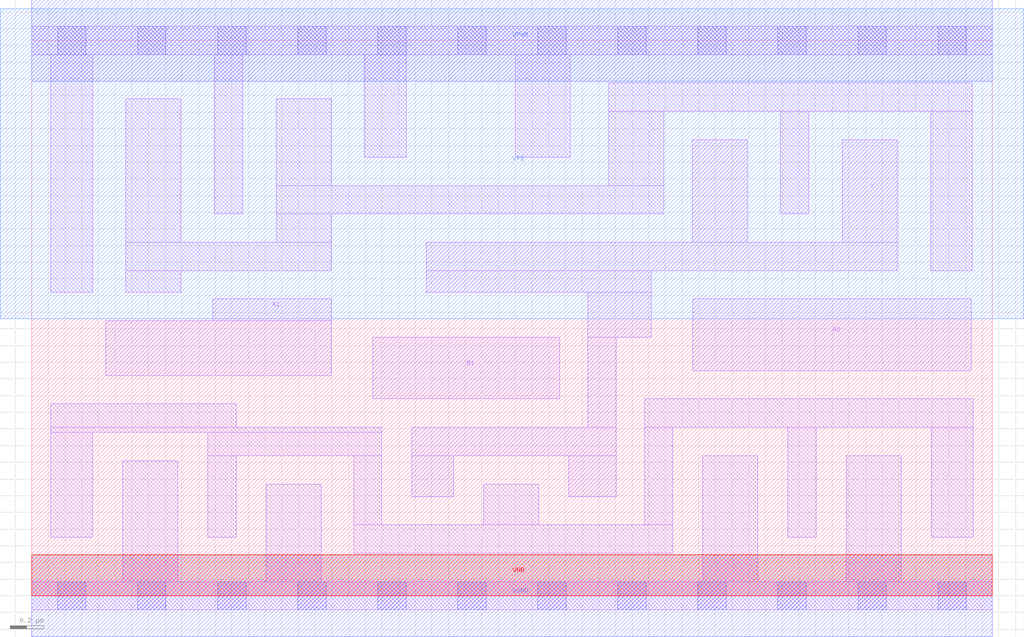
<source format=lef>
# Copyright 2020 The SkyWater PDK Authors
#
# Licensed under the Apache License, Version 2.0 (the "License");
# you may not use this file except in compliance with the License.
# You may obtain a copy of the License at
#
#     https://www.apache.org/licenses/LICENSE-2.0
#
# Unless required by applicable law or agreed to in writing, software
# distributed under the License is distributed on an "AS IS" BASIS,
# WITHOUT WARRANTIES OR CONDITIONS OF ANY KIND, either express or implied.
# See the License for the specific language governing permissions and
# limitations under the License.
#
# SPDX-License-Identifier: Apache-2.0

VERSION 5.7 ;
  NOWIREEXTENSIONATPIN ON ;
  DIVIDERCHAR "/" ;
  BUSBITCHARS "[]" ;
MACRO sky130_fd_sc_ls__o21ai_4
  CLASS CORE ;
  FOREIGN sky130_fd_sc_ls__o21ai_4 ;
  ORIGIN  0.000000  0.000000 ;
  SIZE  5.760000 BY  3.330000 ;
  SYMMETRY X Y ;
  SITE unit ;
  PIN A1
    ANTENNAGATEAREA  1.116000 ;
    DIRECTION INPUT ;
    USE SIGNAL ;
    PORT
      LAYER li1 ;
        RECT 0.445000 1.320000 1.795000 1.650000 ;
        RECT 1.085000 1.650000 1.795000 1.780000 ;
    END
  END A1
  PIN A2
    ANTENNAGATEAREA  1.116000 ;
    DIRECTION INPUT ;
    USE SIGNAL ;
    PORT
      LAYER li1 ;
        RECT 3.965000 1.350000 5.635000 1.780000 ;
    END
  END A2
  PIN B1
    ANTENNAGATEAREA  0.780000 ;
    DIRECTION INPUT ;
    USE SIGNAL ;
    PORT
      LAYER li1 ;
        RECT 2.045000 1.180000 3.165000 1.550000 ;
    END
  END B1
  PIN Y
    ANTENNADIFFAREA  1.478400 ;
    DIRECTION OUTPUT ;
    USE SIGNAL ;
    PORT
      LAYER li1 ;
        RECT 2.280000 0.595000 2.530000 0.840000 ;
        RECT 2.280000 0.840000 3.505000 1.010000 ;
        RECT 2.365000 1.820000 3.715000 1.950000 ;
        RECT 2.365000 1.950000 5.190000 2.120000 ;
        RECT 3.220000 0.595000 3.505000 0.840000 ;
        RECT 3.335000 1.010000 3.505000 1.550000 ;
        RECT 3.335000 1.550000 3.715000 1.820000 ;
        RECT 3.960000 2.120000 4.290000 2.735000 ;
        RECT 4.860000 2.120000 5.190000 2.735000 ;
    END
  END Y
  PIN VGND
    DIRECTION INOUT ;
    SHAPE ABUTMENT ;
    USE GROUND ;
    PORT
      LAYER met1 ;
        RECT 0.000000 -0.245000 5.760000 0.245000 ;
    END
  END VGND
  PIN VNB
    DIRECTION INOUT ;
    USE GROUND ;
    PORT
      LAYER pwell ;
        RECT 0.000000 0.000000 5.760000 0.245000 ;
    END
  END VNB
  PIN VPB
    DIRECTION INOUT ;
    USE POWER ;
    PORT
      LAYER nwell ;
        RECT -0.190000 1.660000 5.950000 3.520000 ;
    END
  END VPB
  PIN VPWR
    DIRECTION INOUT ;
    SHAPE ABUTMENT ;
    USE POWER ;
    PORT
      LAYER met1 ;
        RECT 0.000000 3.085000 5.760000 3.575000 ;
    END
  END VPWR
  OBS
    LAYER li1 ;
      RECT 0.000000 -0.085000 5.760000 0.085000 ;
      RECT 0.000000  3.245000 5.760000 3.415000 ;
      RECT 0.115000  0.350000 0.365000 0.980000 ;
      RECT 0.115000  0.980000 2.100000 1.010000 ;
      RECT 0.115000  1.010000 1.225000 1.150000 ;
      RECT 0.115000  1.820000 0.365000 3.245000 ;
      RECT 0.545000  0.085000 0.875000 0.810000 ;
      RECT 0.565000  1.820000 0.895000 1.950000 ;
      RECT 0.565000  1.950000 1.795000 2.120000 ;
      RECT 0.565000  2.120000 0.895000 2.980000 ;
      RECT 1.055000  0.350000 1.225000 0.840000 ;
      RECT 1.055000  0.840000 2.100000 0.980000 ;
      RECT 1.095000  2.290000 1.265000 3.245000 ;
      RECT 1.405000  0.085000 1.735000 0.670000 ;
      RECT 1.465000  2.120000 1.795000 2.290000 ;
      RECT 1.465000  2.290000 3.790000 2.460000 ;
      RECT 1.465000  2.460000 1.795000 2.980000 ;
      RECT 1.930000  0.255000 3.845000 0.425000 ;
      RECT 1.930000  0.425000 2.100000 0.840000 ;
      RECT 1.995000  2.630000 2.245000 3.245000 ;
      RECT 2.710000  0.425000 3.040000 0.670000 ;
      RECT 2.900000  2.630000 3.230000 3.245000 ;
      RECT 3.460000  2.460000 3.790000 2.905000 ;
      RECT 3.460000  2.905000 5.640000 3.075000 ;
      RECT 3.675000  0.425000 3.845000 1.010000 ;
      RECT 3.675000  1.010000 5.645000 1.180000 ;
      RECT 4.025000  0.085000 4.355000 0.840000 ;
      RECT 4.490000  2.290000 4.660000 2.905000 ;
      RECT 4.535000  0.350000 4.705000 1.010000 ;
      RECT 4.885000  0.085000 5.215000 0.840000 ;
      RECT 5.390000  1.950000 5.640000 2.905000 ;
      RECT 5.395000  0.350000 5.645000 1.010000 ;
    LAYER mcon ;
      RECT 0.155000 -0.085000 0.325000 0.085000 ;
      RECT 0.155000  3.245000 0.325000 3.415000 ;
      RECT 0.635000 -0.085000 0.805000 0.085000 ;
      RECT 0.635000  3.245000 0.805000 3.415000 ;
      RECT 1.115000 -0.085000 1.285000 0.085000 ;
      RECT 1.115000  3.245000 1.285000 3.415000 ;
      RECT 1.595000 -0.085000 1.765000 0.085000 ;
      RECT 1.595000  3.245000 1.765000 3.415000 ;
      RECT 2.075000 -0.085000 2.245000 0.085000 ;
      RECT 2.075000  3.245000 2.245000 3.415000 ;
      RECT 2.555000 -0.085000 2.725000 0.085000 ;
      RECT 2.555000  3.245000 2.725000 3.415000 ;
      RECT 3.035000 -0.085000 3.205000 0.085000 ;
      RECT 3.035000  3.245000 3.205000 3.415000 ;
      RECT 3.515000 -0.085000 3.685000 0.085000 ;
      RECT 3.515000  3.245000 3.685000 3.415000 ;
      RECT 3.995000 -0.085000 4.165000 0.085000 ;
      RECT 3.995000  3.245000 4.165000 3.415000 ;
      RECT 4.475000 -0.085000 4.645000 0.085000 ;
      RECT 4.475000  3.245000 4.645000 3.415000 ;
      RECT 4.955000 -0.085000 5.125000 0.085000 ;
      RECT 4.955000  3.245000 5.125000 3.415000 ;
      RECT 5.435000 -0.085000 5.605000 0.085000 ;
      RECT 5.435000  3.245000 5.605000 3.415000 ;
  END
END sky130_fd_sc_ls__o21ai_4
END LIBRARY

</source>
